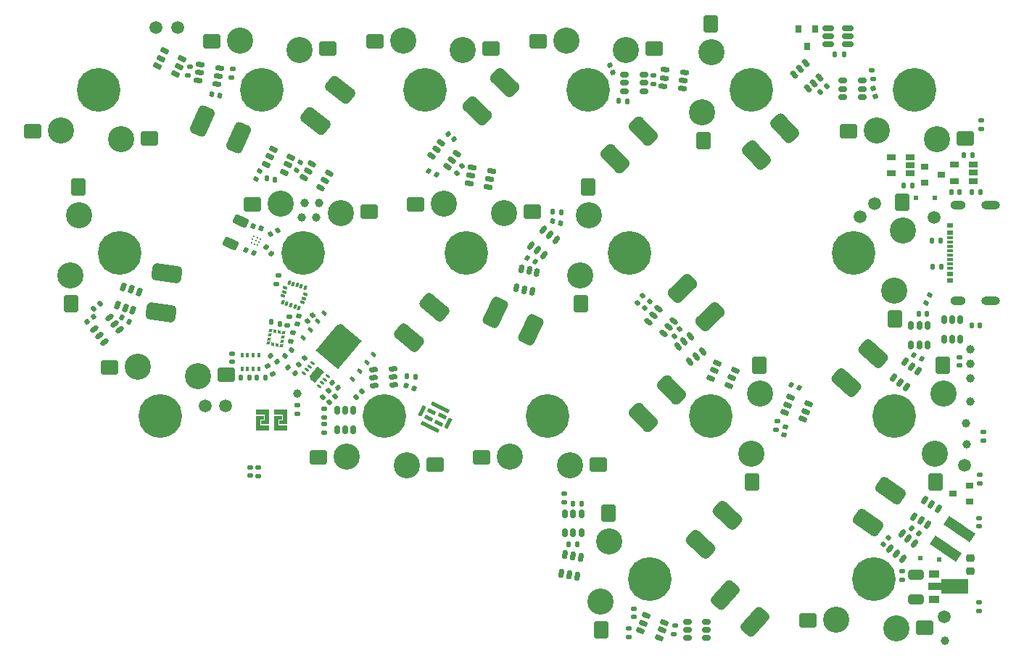
<source format=gbs>
G04 #@! TF.GenerationSoftware,KiCad,Pcbnew,(6.0.11-0)*
G04 #@! TF.CreationDate,2023-02-16T18:45:00+08:00*
G04 #@! TF.ProjectId,Left,4c656674-2e6b-4696-9361-645f70636258,rev?*
G04 #@! TF.SameCoordinates,Original*
G04 #@! TF.FileFunction,Soldermask,Bot*
G04 #@! TF.FilePolarity,Negative*
%FSLAX46Y46*%
G04 Gerber Fmt 4.6, Leading zero omitted, Abs format (unit mm)*
G04 Created by KiCad (PCBNEW (6.0.11-0)) date 2023-02-16 18:45:00*
%MOMM*%
%LPD*%
G01*
G04 APERTURE LIST*
G04 Aperture macros list*
%AMRoundRect*
0 Rectangle with rounded corners*
0 $1 Rounding radius*
0 $2 $3 $4 $5 $6 $7 $8 $9 X,Y pos of 4 corners*
0 Add a 4 corners polygon primitive as box body*
4,1,4,$2,$3,$4,$5,$6,$7,$8,$9,$2,$3,0*
0 Add four circle primitives for the rounded corners*
1,1,$1+$1,$2,$3*
1,1,$1+$1,$4,$5*
1,1,$1+$1,$6,$7*
1,1,$1+$1,$8,$9*
0 Add four rect primitives between the rounded corners*
20,1,$1+$1,$2,$3,$4,$5,0*
20,1,$1+$1,$4,$5,$6,$7,0*
20,1,$1+$1,$6,$7,$8,$9,0*
20,1,$1+$1,$8,$9,$2,$3,0*%
%AMRotRect*
0 Rectangle, with rotation*
0 The origin of the aperture is its center*
0 $1 length*
0 $2 width*
0 $3 Rotation angle, in degrees counterclockwise*
0 Add horizontal line*
21,1,$1,$2,0,0,$3*%
%AMOutline4P*
0 Free polygon, 4 corners , with rotation*
0 The origin of the aperture is its center*
0 number of corners: always 4*
0 $1 to $8 corner X, Y*
0 $9 Rotation angle, in degrees counterclockwise*
0 create outline with 4 corners*
4,1,4,$1,$2,$3,$4,$5,$6,$7,$8,$1,$2,$9*%
%AMOutline5P*
0 Free polygon, 5 corners , with rotation*
0 The origin of the aperture is its center*
0 number of corners: always 5*
0 $1 to $10 corner X, Y*
0 $11 Rotation angle, in degrees counterclockwise*
0 create outline with 5 corners*
4,1,5,$1,$2,$3,$4,$5,$6,$7,$8,$9,$10,$1,$2,$11*%
%AMOutline6P*
0 Free polygon, 6 corners , with rotation*
0 The origin of the aperture is its center*
0 number of corners: always 6*
0 $1 to $12 corner X, Y*
0 $13 Rotation angle, in degrees counterclockwise*
0 create outline with 6 corners*
4,1,6,$1,$2,$3,$4,$5,$6,$7,$8,$9,$10,$11,$12,$1,$2,$13*%
%AMOutline7P*
0 Free polygon, 7 corners , with rotation*
0 The origin of the aperture is its center*
0 number of corners: always 7*
0 $1 to $14 corner X, Y*
0 $15 Rotation angle, in degrees counterclockwise*
0 create outline with 7 corners*
4,1,7,$1,$2,$3,$4,$5,$6,$7,$8,$9,$10,$11,$12,$13,$14,$1,$2,$15*%
%AMOutline8P*
0 Free polygon, 8 corners , with rotation*
0 The origin of the aperture is its center*
0 number of corners: always 8*
0 $1 to $16 corner X, Y*
0 $17 Rotation angle, in degrees counterclockwise*
0 create outline with 8 corners*
4,1,8,$1,$2,$3,$4,$5,$6,$7,$8,$9,$10,$11,$12,$13,$14,$15,$16,$1,$2,$17*%
%AMFreePoly0*
4,1,6,0.500000,-0.850000,-0.200000,-0.850000,-0.499999,-0.550000,-0.500000,0.850000,0.500000,0.850000,0.500000,-0.850000,0.500000,-0.850000,$1*%
%AMFreePoly1*
4,1,9,1.475000,0.375000,1.050000,0.375000,1.050000,0.775000,0.300000,0.775000,0.300000,-0.250000,-0.250000,-0.250000,-0.250000,1.250000,1.475000,1.250000,1.475000,0.375000,1.475000,0.375000,$1*%
%AMFreePoly2*
4,1,9,3.862500,-0.866500,0.737500,-0.866500,0.737500,-0.450000,-0.737500,-0.450000,-0.737500,0.450000,0.737500,0.450000,0.737500,0.866500,3.862500,0.866500,3.862500,-0.866500,3.862500,-0.866500,$1*%
G04 Aperture macros list end*
%ADD10RoundRect,0.500000X-0.508653X1.246504X-1.227993X0.551846X0.508653X-1.246504X1.227993X-0.551846X0*%
%ADD11RoundRect,0.500000X0.508653X-1.246504X1.227993X-0.551846X-0.508653X1.246504X-1.227993X0.551846X0*%
%ADD12C,5.100000*%
%ADD13C,3.050000*%
%ADD14RoundRect,0.170000X-0.830000X-0.680000X0.830000X-0.680000X0.830000X0.680000X-0.830000X0.680000X0*%
%ADD15RoundRect,0.170000X0.830000X0.680000X-0.830000X0.680000X-0.830000X-0.680000X0.830000X-0.680000X0*%
%ADD16RoundRect,0.170000X0.680000X-0.830000X0.680000X0.830000X-0.680000X0.830000X-0.680000X-0.830000X0*%
%ADD17RoundRect,0.170000X-0.680000X0.830000X-0.680000X-0.830000X0.680000X-0.830000X0.680000X0.830000X0*%
%ADD18RoundRect,0.500000X-0.486821X1.255191X-1.218175X0.573193X0.486821X-1.255191X1.218175X-0.573193X0*%
%ADD19RoundRect,0.500000X0.486821X-1.255191X1.218175X-0.573193X-0.486821X1.255191X-1.218175X0.573193X0*%
%ADD20RoundRect,0.500000X0.594366X-1.207986X1.263496X-0.464841X-0.594366X1.207986X-1.263496X0.464841X0*%
%ADD21RoundRect,0.500000X-0.594366X1.207986X-1.263496X0.464841X0.594366X-1.207986X1.263496X-0.464841X0*%
%ADD22RoundRect,0.500000X-1.207986X-0.594366X-0.464841X-1.263496X1.207986X0.594366X0.464841X1.263496X0*%
%ADD23RoundRect,0.500000X1.207986X0.594366X0.464841X1.263496X-1.207986X-0.594366X-0.464841X-1.263496X0*%
%ADD24RoundRect,0.500000X-1.168249X0.669100X-1.307422X-0.321168X1.168249X-0.669100X1.307422X0.321168X0*%
%ADD25RoundRect,0.500000X1.168249X-0.669100X1.307422X0.321168X-1.168249X0.669100X-1.307422X-0.321168X0*%
%ADD26RoundRect,0.500000X0.636162X-1.186507X1.278949X-0.420462X-0.636162X1.186507X-1.278949X0.420462X0*%
%ADD27RoundRect,0.500000X-0.636162X1.186507X-1.278949X0.420462X0.636162X-1.186507X1.278949X-0.420462X0*%
%ADD28RoundRect,0.500000X-1.246504X-0.508653X-0.551846X-1.227993X1.246504X0.508653X0.551846X1.227993X0*%
%ADD29RoundRect,0.500000X1.246504X0.508653X0.551846X1.227993X-1.246504X-0.508653X-0.551846X-1.227993X0*%
%ADD30RoundRect,0.500000X0.965194X0.938564X0.051648X1.345300X-0.965194X-0.938564X-0.051648X-1.345300X0*%
%ADD31RoundRect,0.500000X-0.965194X-0.938564X-0.051648X-1.345300X0.965194X0.938564X0.051648X1.345300X0*%
%ADD32RoundRect,0.500000X0.997361X0.904307X0.098567X1.342678X-0.997361X-0.904307X-0.098567X-1.342678X0*%
%ADD33RoundRect,0.500000X-0.997361X-0.904307X-0.098567X-1.342678X0.997361X0.904307X0.098567X1.342678X0*%
%ADD34RoundRect,0.500000X0.737152X-1.126547X1.310728X-0.307395X-0.737152X1.126547X-1.310728X0.307395X0*%
%ADD35RoundRect,0.500000X-0.737152X1.126547X-1.310728X0.307395X0.737152X-1.126547X1.310728X-0.307395X0*%
%ADD36RoundRect,0.500000X-0.677183X1.163582X-1.292844X0.375571X0.677183X-1.163582X1.292844X-0.375571X0*%
%ADD37RoundRect,0.500000X0.677183X-1.163582X1.292844X-0.375571X-0.677183X1.163582X-1.292844X0.375571X0*%
%ADD38RoundRect,0.500000X0.573193X-1.218175X1.255191X-0.486821X-0.573193X1.218175X-1.255191X0.486821X0*%
%ADD39RoundRect,0.500000X-0.573193X1.218175X-1.255191X0.486821X0.573193X-1.218175X1.255191X-0.486821X0*%
%ADD40RoundRect,0.500000X-0.551846X1.227993X-1.246504X0.508653X0.551846X-1.227993X1.246504X-0.508653X0*%
%ADD41RoundRect,0.500000X0.551846X-1.227993X1.246504X-0.508653X-0.551846X1.227993X-1.246504X0.508653X0*%
%ADD42RoundRect,0.135000X-0.152889X0.170514X-0.209025X-0.093586X0.152889X-0.170514X0.209025X0.093586X0*%
%ADD43R,0.500000X0.500000*%
%ADD44RoundRect,0.150000X0.150000X-0.350000X0.150000X0.350000X-0.150000X0.350000X-0.150000X-0.350000X0*%
%ADD45RoundRect,0.140000X-0.137177X0.172286X-0.195393X-0.101596X0.137177X-0.172286X0.195393X0.101596X0*%
%ADD46C,1.000000*%
%ADD47R,0.800000X0.900000*%
%ADD48RoundRect,0.150000X0.183455X0.333683X-0.368153X-0.097280X-0.183455X-0.333683X0.368153X0.097280X0*%
%ADD49RoundRect,0.135000X0.107097X-0.202436X0.225457X0.040239X-0.107097X0.202436X-0.225457X-0.040239X0*%
%ADD50RoundRect,0.135000X0.222332X0.054942X0.015500X0.228495X-0.222332X-0.054942X-0.015500X-0.228495X0*%
%ADD51C,1.500000*%
%ADD52RoundRect,0.150000X0.368153X-0.097280X-0.183455X0.333683X-0.368153X0.097280X0.183455X-0.333683X0*%
%ADD53RoundRect,0.135000X0.146845X-0.175745X0.212164X0.086234X-0.146845X0.175745X-0.212164X-0.086234X0*%
%ADD54RoundRect,0.140000X-0.051308X-0.214167X0.200354X-0.091423X0.051308X0.214167X-0.200354X0.091423X0*%
%ADD55RoundRect,0.140000X-0.157003X-0.154435X0.121463X-0.183703X0.157003X0.154435X-0.121463X0.183703X0*%
%ADD56RoundRect,0.140000X0.193489X0.105176X-0.066123X0.210066X-0.193489X-0.105176X0.066123X-0.210066X0*%
%ADD57R,0.800000X0.540000*%
%ADD58R,0.800000X0.300000*%
%ADD59O,2.200000X1.000000*%
%ADD60O,1.800000X1.000000*%
%ADD61RoundRect,0.150000X0.086944X-0.370730X0.208498X0.318635X-0.086944X0.370730X-0.208498X-0.318635X0*%
%ADD62RoundRect,0.150000X0.371324X-0.084372X-0.194988X0.327077X-0.371324X0.084372X0.194988X-0.327077X0*%
%ADD63RotRect,0.550000X0.250000X320.000000*%
%ADD64RotRect,0.550000X0.250000X140.000000*%
%ADD65FreePoly0,320.000000*%
%ADD66RoundRect,0.150000X0.058265X0.376305X-0.312679X-0.217329X-0.058265X-0.376305X0.312679X0.217329X0*%
%ADD67RoundRect,0.135000X-0.135000X-0.185000X0.135000X-0.185000X0.135000X0.185000X-0.135000X0.185000X0*%
%ADD68RoundRect,0.150000X0.097280X0.368153X-0.333683X-0.183455X-0.097280X-0.368153X0.333683X0.183455X0*%
%ADD69RoundRect,0.150000X-0.380751X0.005326X0.258730X-0.279390X0.380751X-0.005326X-0.258730X0.279390X0*%
%ADD70RoundRect,0.135000X-0.228896X-0.007516X-0.062668X-0.220279X0.228896X0.007516X0.062668X0.220279X0*%
%ADD71RoundRect,0.135000X0.135000X0.185000X-0.135000X0.185000X-0.135000X-0.185000X0.135000X-0.185000X0*%
%ADD72RoundRect,0.147500X0.172500X-0.147500X0.172500X0.147500X-0.172500X0.147500X-0.172500X-0.147500X0*%
%ADD73RoundRect,0.150000X-0.097280X-0.368153X0.333683X0.183455X0.097280X0.368153X-0.333683X-0.183455X0*%
%ADD74RoundRect,0.140000X0.172286X0.137177X-0.101596X0.195393X-0.172286X-0.137177X0.101596X-0.195393X0*%
%ADD75RoundRect,0.135000X0.047149X-0.224114X0.227814X-0.023465X-0.047149X0.224114X-0.227814X0.023465X0*%
%ADD76RoundRect,0.140000X0.047769X-0.214984X0.220154X0.005659X-0.047769X0.214984X-0.220154X-0.005659X0*%
%ADD77RoundRect,0.135000X0.141374X0.180176X-0.128461X0.189599X-0.141374X-0.180176X0.128461X-0.189599X0*%
%ADD78RoundRect,0.150000X0.378109X-0.045096X-0.228109X0.304904X-0.378109X0.045096X0.228109X-0.304904X0*%
%ADD79RoundRect,0.140000X0.216520X0.040237X0.002028X0.220218X-0.216520X-0.040237X-0.002028X-0.220218X0*%
%ADD80RoundRect,0.135000X0.164411X-0.159433X0.201988X0.107939X-0.164411X0.159433X-0.201988X-0.107939X0*%
%ADD81RoundRect,0.150000X0.350000X0.150000X-0.350000X0.150000X-0.350000X-0.150000X0.350000X-0.150000X0*%
%ADD82RoundRect,0.135000X0.212522X0.085350X-0.016451X0.228428X-0.212522X-0.085350X0.016451X-0.228428X0*%
%ADD83RoundRect,0.140000X-0.170000X0.140000X-0.170000X-0.140000X0.170000X-0.140000X0.170000X0.140000X0*%
%ADD84RoundRect,0.135000X-0.054942X0.222332X-0.228495X0.015500X0.054942X-0.222332X0.228495X-0.015500X0*%
%ADD85R,0.900000X0.800000*%
%ADD86RoundRect,0.135000X-0.185000X0.135000X-0.185000X-0.135000X0.185000X-0.135000X0.185000X0.135000X0*%
%ADD87RoundRect,0.135000X0.185000X-0.135000X0.185000X0.135000X-0.185000X0.135000X-0.185000X-0.135000X0*%
%ADD88RoundRect,0.140000X-0.013339X-0.219823X0.213186X-0.055243X0.013339X0.219823X-0.213186X0.055243X0*%
%ADD89RoundRect,0.140000X-0.047769X0.214984X-0.220154X-0.005659X0.047769X-0.214984X0.220154X0.005659X0*%
%ADD90RoundRect,0.135000X0.175745X0.146845X-0.086234X0.212164X-0.175745X-0.146845X0.086234X-0.212164X0*%
%ADD91RoundRect,0.140000X0.170000X-0.140000X0.170000X0.140000X-0.170000X0.140000X-0.170000X-0.140000X0*%
%ADD92RoundRect,0.135000X-0.228428X0.016451X-0.085350X-0.212522X0.228428X-0.016451X0.085350X0.212522X0*%
%ADD93RoundRect,0.135000X0.215371X0.077881X-0.008469X0.228863X-0.215371X-0.077881X0.008469X-0.228863X0*%
%ADD94FreePoly1,270.000000*%
%ADD95FreePoly1,90.000000*%
%ADD96RoundRect,0.135000X0.198575X0.114096X-0.048082X0.223915X-0.198575X-0.114096X0.048082X-0.223915X0*%
%ADD97Outline4P,-0.225000X0.475000X0.225000X0.475000X0.225000X-0.475000X-0.225000X-0.475000X64.000000*%
%ADD98Outline6P,-0.225000X0.537500X-0.112500X0.650000X0.225000X0.650000X0.225000X-0.650000X-0.112500X-0.650000X-0.225000X-0.537500X334.000000*%
%ADD99Outline6P,-0.225000X1.037500X-0.112500X1.150000X0.225000X1.150000X0.225000X-1.150000X-0.112500X-1.150000X-0.225000X-1.037500X244.000000*%
%ADD100Outline6P,-0.225000X0.537500X-0.112500X0.650000X0.225000X0.650000X0.225000X-0.650000X-0.112500X-0.650000X-0.225000X-0.537500X154.000000*%
%ADD101Outline6P,-0.225000X1.037500X-0.112500X1.150000X0.225000X1.150000X0.225000X-1.150000X-0.112500X-1.150000X-0.225000X-1.037500X64.000000*%
%ADD102RoundRect,0.087500X0.025277X-0.205362X0.141158X0.151284X-0.025277X0.205362X-0.141158X-0.151284X0*%
%ADD103RoundRect,0.087500X0.151284X-0.141158X0.205362X0.025277X-0.151284X0.141158X-0.205362X-0.025277X0*%
%ADD104RoundRect,0.135000X0.140622X-0.180763X0.215044X0.078777X-0.140622X0.180763X-0.215044X-0.078777X0*%
%ADD105RoundRect,0.150000X-0.350000X-0.150000X0.350000X-0.150000X0.350000X0.150000X-0.350000X0.150000X0*%
%ADD106RoundRect,0.150000X0.380751X-0.005326X-0.258730X0.279390X-0.380751X0.005326X0.258730X-0.279390X0*%
%ADD107RotRect,0.375000X0.350000X170.000000*%
%ADD108RotRect,0.375000X0.350000X80.000000*%
%ADD109RoundRect,0.150000X-0.084372X-0.371324X0.327077X0.194988X0.084372X0.371324X-0.327077X-0.194988X0*%
%ADD110R,0.350000X0.500000*%
%ADD111C,0.310000*%
%ADD112RoundRect,0.140000X-0.140000X-0.170000X0.140000X-0.170000X0.140000X0.170000X-0.140000X0.170000X0*%
%ADD113RoundRect,0.150000X-0.150000X0.350000X-0.150000X-0.350000X0.150000X-0.350000X0.150000X0.350000X0*%
%ADD114RoundRect,0.150000X-0.351031X0.147570X0.135229X-0.355968X0.351031X-0.147570X-0.135229X0.355968X0*%
%ADD115RoundRect,0.150000X0.333683X-0.183455X-0.097280X0.368153X-0.333683X0.183455X0.097280X-0.368153X0*%
%ADD116RoundRect,0.150000X0.367470X0.099830X-0.325718X0.197251X-0.367470X-0.099830X0.325718X-0.197251X0*%
%ADD117RoundRect,0.140000X-0.202004X0.087718X-0.124825X-0.181435X0.202004X-0.087718X0.124825X0.181435X0*%
%ADD118RoundRect,0.140000X0.207631X-0.073414X0.111865X0.189700X-0.207631X0.073414X-0.111865X-0.189700X0*%
%ADD119RoundRect,0.135000X0.152889X-0.170514X0.209025X0.093586X-0.152889X0.170514X-0.209025X-0.093586X0*%
%ADD120RoundRect,0.225000X-0.250000X0.225000X-0.250000X-0.225000X0.250000X-0.225000X0.250000X0.225000X0*%
%ADD121RoundRect,0.135000X0.194472X0.120957X-0.055868X0.222101X-0.194472X-0.120957X0.055868X-0.222101X0*%
%ADD122RoundRect,0.135000X0.062668X-0.220279X0.228896X-0.007516X-0.062668X0.220279X-0.228896X0.007516X0*%
%ADD123RoundRect,0.150000X0.512500X0.150000X-0.512500X0.150000X-0.512500X-0.150000X0.512500X-0.150000X0*%
%ADD124R,1.060000X0.650000*%
%ADD125RoundRect,0.147500X0.147500X0.172500X-0.147500X0.172500X-0.147500X-0.172500X0.147500X-0.172500X0*%
%ADD126RoundRect,0.140000X-0.172286X-0.137177X0.101596X-0.195393X0.172286X0.137177X-0.101596X0.195393X0*%
%ADD127RoundRect,0.135000X0.206050X0.099967X-0.032346X0.226724X-0.206050X-0.099967X0.032346X-0.226724X0*%
%ADD128RoundRect,0.135000X-0.099967X0.206050X-0.226724X-0.032346X0.099967X-0.206050X0.226724X0.032346X0*%
%ADD129RoundRect,0.135000X0.008469X0.228863X-0.215371X0.077881X-0.008469X-0.228863X0.215371X-0.077881X0*%
%ADD130RoundRect,0.150000X-0.380705X-0.007965X0.268323X-0.270190X0.380705X0.007965X-0.268323X0.270190X0*%
%ADD131RoundRect,0.135000X-0.062668X0.220279X-0.228896X0.007516X0.062668X-0.220279X0.228896X-0.007516X0*%
%ADD132Outline5P,-0.200000X0.260000X-0.160000X0.300000X0.200000X0.300000X0.200000X-0.300000X-0.200000X-0.300000X230.000000*%
%ADD133Outline5P,-1.700000X1.810000X-1.360000X2.150000X1.700000X2.150000X1.700000X-2.150000X-1.700000X-2.150000X320.000000*%
%ADD134RoundRect,0.135000X0.031401X-0.226857X0.225623X-0.039299X-0.031401X0.226857X-0.225623X0.039299X0*%
%ADD135RoundRect,0.135000X-0.190132X-0.127670X0.063585X-0.220016X0.190132X0.127670X-0.063585X0.220016X0*%
%ADD136RoundRect,0.135000X-0.198575X-0.114096X0.048082X-0.223915X0.198575X0.114096X-0.048082X0.223915X0*%
%ADD137RoundRect,0.150000X-0.370730X-0.086944X0.318635X-0.208498X0.370730X0.086944X-0.318635X0.208498X0*%
%ADD138RoundRect,0.135000X0.070317X-0.217958X0.229019X0.000477X-0.070317X0.217958X-0.229019X-0.000477X0*%
%ADD139RoundRect,0.150000X-0.344552X-0.162123X0.355022X-0.137694X0.344552X0.162123X-0.355022X0.137694X0*%
%ADD140R,1.300000X0.900000*%
%ADD141FreePoly2,0.000000*%
%ADD142RoundRect,0.250000X-0.650000X0.325000X-0.650000X-0.325000X0.650000X-0.325000X0.650000X0.325000X0*%
%ADD143RoundRect,0.150000X-0.380195X-0.021247X0.277589X-0.260661X0.380195X0.021247X-0.277589X0.260661X0*%
%ADD144RoundRect,0.140000X-0.002028X0.220218X-0.216520X0.040237X0.002028X-0.220218X0.216520X-0.040237X0*%
%ADD145RotRect,0.500000X0.500000X354.000000*%
%ADD146RoundRect,0.135000X-0.114096X0.198575X-0.223915X-0.048082X0.114096X-0.198575X0.223915X0.048082X0*%
%ADD147RoundRect,0.140000X-0.216520X-0.040237X-0.002028X-0.220218X0.216520X0.040237X0.002028X0.220218X0*%
%ADD148RoundRect,0.135000X0.153598X0.169875X-0.114923X0.198098X-0.153598X-0.169875X0.114923X-0.198098X0*%
%ADD149RotRect,1.200000X3.700000X236.000000*%
%ADD150RoundRect,0.140000X-0.040237X0.216520X-0.220218X0.002028X0.040237X-0.216520X0.220218X-0.002028X0*%
%ADD151RoundRect,0.150000X0.060872X-0.375892X0.230217X0.303315X-0.060872X0.375892X-0.230217X-0.303315X0*%
%ADD152RoundRect,0.140000X0.181435X0.124825X-0.087718X0.202004X-0.181435X-0.124825X0.087718X-0.202004X0*%
%ADD153RoundRect,0.250000X0.443861X-0.539693X0.698071X0.031273X-0.443861X0.539693X-0.698071X-0.031273X0*%
%ADD154RoundRect,0.150000X-0.034503X0.379222X-0.250814X-0.286517X0.034503X-0.379222X0.250814X0.286517X0*%
%ADD155RoundRect,0.150000X0.380195X0.021247X-0.277589X0.260661X-0.380195X-0.021247X0.277589X-0.260661X0*%
%ADD156RoundRect,0.135000X-0.201988X0.107939X-0.164411X-0.159433X0.201988X-0.107939X0.164411X0.159433X0*%
%ADD157RoundRect,0.150000X0.373538X0.073953X-0.311165X0.219491X-0.373538X-0.073953X0.311165X-0.219491X0*%
G04 APERTURE END LIST*
D10*
X167586232Y-81874499D03*
D11*
X164277269Y-85069928D03*
D12*
X123075000Y-77038500D03*
D13*
X127475000Y-72338500D03*
X120475000Y-71288500D03*
D14*
X117174459Y-71388500D03*
D15*
X130775541Y-72238500D03*
D13*
X163618750Y-129788500D03*
X162568750Y-136788500D03*
D12*
X168318750Y-134188500D03*
D16*
X162668750Y-140089041D03*
D17*
X163518750Y-126487959D03*
D18*
X184126713Y-81497101D03*
D19*
X180762486Y-84634293D03*
D12*
X127837500Y-96088500D03*
D13*
X125237500Y-90338500D03*
X132237500Y-91388500D03*
D14*
X121936959Y-90438500D03*
D15*
X135538041Y-91288500D03*
D13*
X151287500Y-91388500D03*
X144287500Y-90338500D03*
D12*
X146887500Y-96088500D03*
D14*
X140986959Y-90438500D03*
D15*
X154588041Y-91288500D03*
D13*
X197881250Y-93488500D03*
D12*
X192131250Y-96088500D03*
D13*
X196831250Y-100488500D03*
D17*
X197781250Y-90187959D03*
D16*
X196931250Y-103789041D03*
D12*
X111168750Y-115138500D03*
D13*
X108568750Y-109388500D03*
X115568750Y-110438500D03*
D14*
X105268209Y-109488500D03*
D15*
X118869291Y-110338500D03*
D20*
X191324575Y-111267340D03*
D21*
X194402576Y-107848874D03*
D22*
X177164160Y-136071375D03*
D23*
X180582626Y-139149376D03*
D13*
X174475000Y-79638500D03*
D12*
X180225000Y-77038500D03*
D13*
X175525000Y-72638500D03*
D16*
X174575000Y-82939041D03*
D17*
X175425000Y-69337959D03*
D12*
X199275000Y-77038500D03*
D13*
X194875000Y-81738500D03*
X201875000Y-82788500D03*
D15*
X205175541Y-82688500D03*
D14*
X191574459Y-81838500D03*
D24*
X111923578Y-98466817D03*
D25*
X111283382Y-103022050D03*
D13*
X202643750Y-112538500D03*
X201593750Y-119538500D03*
D12*
X196893750Y-115138500D03*
D17*
X202543750Y-109237959D03*
D16*
X201693750Y-122839041D03*
D13*
X152012500Y-119838500D03*
X159012500Y-120888500D03*
D12*
X156412500Y-115138500D03*
D15*
X162313041Y-120788500D03*
D14*
X148711959Y-119938500D03*
D13*
X139525000Y-71288500D03*
D12*
X142125000Y-77038500D03*
D13*
X146525000Y-72338500D03*
D14*
X136224459Y-71388500D03*
D15*
X149825541Y-72238500D03*
D13*
X99625000Y-81738500D03*
D12*
X104025000Y-77038500D03*
D13*
X106625000Y-82788500D03*
D15*
X109925541Y-82688500D03*
D14*
X96324459Y-81838500D03*
D26*
X140245869Y-105956478D03*
D27*
X143202692Y-102432674D03*
D28*
X172174499Y-100213768D03*
D29*
X175369928Y-103522731D03*
D30*
X120297851Y-82573660D03*
D31*
X116095542Y-80702672D03*
D32*
X154422400Y-105068592D03*
D33*
X150287948Y-103052084D03*
D12*
X106406300Y-96088500D03*
D13*
X101706300Y-91688500D03*
X100656300Y-98688500D03*
D16*
X100756300Y-101989041D03*
D17*
X101606300Y-88387959D03*
D34*
X193817799Y-127581370D03*
D35*
X196456251Y-123813271D03*
D13*
X139962500Y-120888500D03*
D12*
X137362500Y-115138500D03*
D13*
X132962500Y-119838500D03*
D15*
X143263041Y-120788500D03*
D14*
X129661959Y-119938500D03*
D36*
X132160410Y-77023792D03*
D37*
X129328368Y-80648642D03*
D38*
X174281390Y-130126174D03*
D39*
X177418582Y-126761947D03*
D12*
X161175000Y-77038500D03*
D13*
X165575000Y-72338500D03*
X158575000Y-71288500D03*
D14*
X155274459Y-71388500D03*
D15*
X168875541Y-72238500D03*
D11*
X167563768Y-115275501D03*
D10*
X170872731Y-112080072D03*
D13*
X180162500Y-119538500D03*
X181212500Y-112538500D03*
D12*
X175462500Y-115138500D03*
D17*
X181112500Y-109237959D03*
D16*
X180262500Y-122839041D03*
D12*
X165937500Y-96088500D03*
D13*
X160187500Y-98688500D03*
X161237500Y-91688500D03*
D16*
X160287500Y-101989041D03*
D17*
X161137500Y-88387959D03*
D40*
X151415245Y-76185268D03*
D41*
X148219817Y-79494231D03*
D12*
X194512500Y-134188500D03*
D13*
X190112500Y-138888500D03*
X197112500Y-139938500D03*
D15*
X200413041Y-139838500D03*
D14*
X186811959Y-138988500D03*
D42*
X119676035Y-74561145D03*
X119463965Y-75558855D03*
D43*
X201650000Y-89650000D03*
X199450000Y-89650000D03*
D44*
X160350000Y-128787500D03*
X159400000Y-128787500D03*
X158450000Y-128787500D03*
X158450000Y-126512500D03*
X159400000Y-126512500D03*
X160350000Y-126512500D03*
D45*
X127399798Y-103430489D03*
X127200202Y-104369511D03*
D46*
X205800000Y-113400000D03*
D47*
X185725000Y-69950000D03*
X187625000Y-69950000D03*
X186675000Y-71950000D03*
D48*
X105271484Y-103581075D03*
X105856362Y-104329685D03*
X106441241Y-105078295D03*
X104648516Y-106478925D03*
X104063638Y-105730315D03*
X103478759Y-104981705D03*
D49*
X122336431Y-87398385D03*
X122783569Y-86481615D03*
D50*
X126899983Y-110100022D03*
X126118617Y-109444378D03*
D51*
X192920000Y-91860000D03*
D52*
X171131241Y-104001705D03*
X170546362Y-104750315D03*
X169961484Y-105498925D03*
X168168759Y-104098295D03*
X168753638Y-103349685D03*
X169338516Y-102601075D03*
D53*
X126026620Y-104544851D03*
X126273380Y-103555149D03*
D54*
X124018579Y-93910418D03*
X124881421Y-93489582D03*
D55*
X123652629Y-87379826D03*
X124607371Y-87480174D03*
D56*
X140795048Y-111929811D03*
X139904952Y-111570189D03*
D46*
X205250000Y-116000000D03*
D57*
X203402700Y-92893500D03*
X203402700Y-99293500D03*
X203402700Y-93693500D03*
X203402700Y-98493500D03*
D58*
X203402700Y-94843500D03*
X203402700Y-95843500D03*
X203402700Y-96343500D03*
X203402700Y-97343500D03*
X203402700Y-97843500D03*
X203402700Y-96843500D03*
X203402700Y-95343500D03*
X203402700Y-94335500D03*
D59*
X208102700Y-101668800D03*
X208102700Y-90518200D03*
D60*
X204302700Y-90517900D03*
X204302700Y-101668800D03*
D61*
X159908043Y-133855185D03*
X158972475Y-133690219D03*
X158036908Y-133525253D03*
X158431957Y-131284815D03*
X159367525Y-131449781D03*
X160303092Y-131614747D03*
D62*
X145818653Y-84500040D03*
X145260257Y-85268606D03*
X144701861Y-86037172D03*
X142861347Y-84699960D03*
X143419743Y-83931394D03*
X143978139Y-83162828D03*
D63*
X127967807Y-110119258D03*
X128289201Y-109736236D03*
X128610595Y-109353213D03*
D64*
X128931988Y-108970191D03*
D63*
X130732193Y-110480742D03*
X130410799Y-110863764D03*
X130089405Y-111246787D03*
X129768012Y-111629809D03*
D65*
X129350000Y-110300000D03*
D66*
X200397137Y-124921922D03*
X201202783Y-125425345D03*
X202008429Y-125928769D03*
X200802863Y-127858078D03*
X199997217Y-127354655D03*
X199191571Y-126851231D03*
D67*
X204990000Y-84650000D03*
X206010000Y-84650000D03*
D68*
X197761705Y-128858759D03*
X198510315Y-129443638D03*
X199258925Y-130028516D03*
X197858295Y-131821241D03*
X197109685Y-131236362D03*
X196361075Y-130651484D03*
D51*
X118800000Y-113900000D03*
D69*
X110883142Y-74217605D03*
X111269542Y-73349737D03*
X111655942Y-72481869D03*
X113734258Y-73407195D03*
X113347858Y-74275063D03*
X112961458Y-75142931D03*
D70*
X123536013Y-95368115D03*
X124163987Y-96171885D03*
D71*
X202310000Y-94600000D03*
X201290000Y-94600000D03*
D72*
X121710000Y-122085000D03*
X121710000Y-121115000D03*
D42*
X171315887Y-139621145D03*
X171103817Y-140618855D03*
D73*
X155973295Y-96356241D03*
X155224685Y-95771362D03*
X154476075Y-95186484D03*
X155876705Y-93393759D03*
X156625315Y-93978638D03*
X157373925Y-94563516D03*
D74*
X118119511Y-77719798D03*
X117180489Y-77520202D03*
D75*
X130883743Y-113554004D03*
X131566257Y-112795996D03*
D76*
X167754482Y-102528245D03*
X168345518Y-101771755D03*
D51*
X201509579Y-91923361D03*
D77*
X165729689Y-78347799D03*
X164710311Y-78312201D03*
D78*
X130876370Y-86786557D03*
X130401370Y-87609281D03*
X129926370Y-88432005D03*
X127956162Y-87294505D03*
X128431162Y-86471781D03*
X128906162Y-85649057D03*
D79*
X145517701Y-82818538D03*
X144782299Y-82201462D03*
D80*
X183069022Y-116725037D03*
X183210978Y-115714963D03*
D81*
X167650000Y-75250000D03*
X167650000Y-76200000D03*
X167650000Y-77150000D03*
X165375000Y-77150000D03*
X165375000Y-76200000D03*
X165375000Y-75250000D03*
D46*
X129400000Y-91900000D03*
D82*
X107582505Y-104150259D03*
X106717495Y-103609741D03*
D51*
X116400000Y-113900000D03*
D83*
X207301725Y-116999497D03*
X207301725Y-117959497D03*
D84*
X128027822Y-108359317D03*
X127372178Y-109140683D03*
D85*
X205700000Y-123250000D03*
X205700000Y-125150000D03*
X203700000Y-124200000D03*
D86*
X130310000Y-114270000D03*
X130310000Y-115290000D03*
D81*
X174977352Y-139170000D03*
X174977352Y-140120000D03*
X174977352Y-141070000D03*
X172702352Y-141070000D03*
X172702352Y-140120000D03*
X172702352Y-139170000D03*
D87*
X165909852Y-140950000D03*
X165909852Y-139930000D03*
D88*
X102645872Y-104124137D03*
X103422528Y-103559863D03*
D89*
X196165518Y-129311755D03*
X195574482Y-130068245D03*
D85*
X200400000Y-87900000D03*
X200400000Y-86000000D03*
X202400000Y-86950000D03*
D71*
X190990000Y-72910000D03*
X189970000Y-72910000D03*
D46*
X127700000Y-91900000D03*
D90*
X125144851Y-104373380D03*
X124155149Y-104126620D03*
D91*
X166459852Y-138580000D03*
X166459852Y-137620000D03*
D92*
X123749741Y-109317495D03*
X124290259Y-110182505D03*
D93*
X199782809Y-128815188D03*
X198937191Y-128244812D03*
D94*
X124760000Y-114650000D03*
D95*
X125760000Y-116600000D03*
D83*
X206750000Y-136920000D03*
X206750000Y-137880000D03*
D51*
X205100000Y-120900000D03*
D96*
X200095908Y-108427436D03*
X199164092Y-108012564D03*
D97*
X143720378Y-115927888D03*
X142507006Y-115336087D03*
X142879622Y-114572112D03*
X144092994Y-115163913D03*
D98*
X144816715Y-115989751D03*
D99*
X142696137Y-116374044D03*
D100*
X141783285Y-114510249D03*
D101*
X143858923Y-114104038D03*
D102*
X127372511Y-102474061D03*
X126896982Y-102319553D03*
X126421454Y-102165044D03*
X125945926Y-102010536D03*
X125470398Y-101856027D03*
D103*
X125480447Y-101096982D03*
X125634956Y-100621454D03*
X125789464Y-100145926D03*
D102*
X126227489Y-99525939D03*
X126703018Y-99680447D03*
X127178546Y-99834956D03*
X127654074Y-99989464D03*
X128129602Y-100143973D03*
D103*
X128119553Y-100903018D03*
X127965044Y-101378546D03*
X127810536Y-101854074D03*
D53*
X114406620Y-75314851D03*
X114653380Y-74325149D03*
D94*
X122660000Y-114650000D03*
D95*
X123660000Y-116600000D03*
D104*
X126399425Y-106370243D03*
X126680575Y-105389757D03*
D51*
X113200000Y-69700000D03*
D105*
X190842500Y-77850000D03*
X190842500Y-76900000D03*
X190842500Y-75950000D03*
X193117500Y-75950000D03*
X193117500Y-76900000D03*
X193117500Y-77850000D03*
D106*
X126441824Y-84905326D03*
X126055424Y-85773194D03*
X125669024Y-86641062D03*
X123590708Y-85715736D03*
X123977108Y-84847868D03*
X124363508Y-83980000D03*
D107*
X125581152Y-105393801D03*
X125494328Y-105886205D03*
X125407504Y-106378609D03*
X125320680Y-106871013D03*
D108*
X124813795Y-106794328D03*
X124321391Y-106707504D03*
D107*
X123818848Y-106606199D03*
X123905672Y-106113795D03*
X123992496Y-105621391D03*
X124079320Y-105128987D03*
D108*
X124586205Y-105205672D03*
X125078609Y-105292496D03*
D86*
X158380000Y-124220000D03*
X158380000Y-125240000D03*
D109*
X198339960Y-111748653D03*
X197571394Y-111190257D03*
X196802828Y-110631861D03*
X198140040Y-108791347D03*
X198908606Y-109349743D03*
X199677172Y-109908139D03*
D110*
X120725000Y-109619200D03*
X121375000Y-109619200D03*
X122025000Y-109619200D03*
X122675000Y-109619200D03*
X122675000Y-108019200D03*
X122025000Y-108019200D03*
X121375000Y-108019200D03*
X120725000Y-108019200D03*
D111*
X122870716Y-94428969D03*
X122499843Y-94279126D03*
X122128969Y-94129284D03*
X122720874Y-94799843D03*
X122350000Y-94650000D03*
X121979126Y-94500157D03*
X122571031Y-95170716D03*
X122200157Y-95020874D03*
X121829284Y-94871031D03*
D112*
X159400000Y-125350000D03*
X160360000Y-125350000D03*
D113*
X202710000Y-103882500D03*
X203660000Y-103882500D03*
X204610000Y-103882500D03*
X204610000Y-106157500D03*
X203660000Y-106157500D03*
X202710000Y-106157500D03*
D87*
X197770000Y-134270000D03*
X197770000Y-133250000D03*
X206897861Y-123017968D03*
X206897861Y-121997968D03*
D112*
X205920000Y-104500000D03*
X206880000Y-104500000D03*
D75*
X130133743Y-112879004D03*
X130816257Y-112120996D03*
D46*
X205800000Y-110700000D03*
D114*
X185206453Y-75241676D03*
X185889826Y-74581751D03*
X186573199Y-73921826D03*
X188153547Y-75558324D03*
X187470174Y-76218249D03*
X186786801Y-76878174D03*
D86*
X122590000Y-121120000D03*
X122590000Y-122140000D03*
D115*
X174498925Y-107611484D03*
X173750315Y-108196362D03*
X173001705Y-108781241D03*
X171601075Y-106988516D03*
X172349685Y-106403638D03*
X173098295Y-105818759D03*
D116*
X172398644Y-75007555D03*
X172266430Y-75948309D03*
X172134215Y-76889064D03*
X169881356Y-76572445D03*
X170013570Y-75631691D03*
X170145785Y-74690936D03*
D44*
X200750000Y-106787500D03*
X199800000Y-106787500D03*
X198850000Y-106787500D03*
X198850000Y-104512500D03*
X199800000Y-104512500D03*
X200750000Y-104512500D03*
D83*
X206800000Y-127020000D03*
X206800000Y-127980000D03*
D51*
X110700000Y-69700000D03*
D46*
X128000000Y-90200000D03*
D117*
X194387694Y-76888594D03*
X194652306Y-77811406D03*
D46*
X127200000Y-112500000D03*
D67*
X122410000Y-110610000D03*
X123430000Y-110610000D03*
D46*
X205800000Y-109000000D03*
D118*
X164044170Y-75011052D03*
X163715830Y-74108948D03*
D77*
X158029689Y-91307799D03*
X157010311Y-91272201D03*
D83*
X119600000Y-107820000D03*
X119600000Y-108780000D03*
D119*
X124743965Y-99698855D03*
X124956035Y-98701145D03*
D120*
X205750000Y-131675000D03*
X205750000Y-133225000D03*
D71*
X202410000Y-97700000D03*
X201390000Y-97700000D03*
D121*
X122142864Y-96091049D03*
X121197136Y-95708951D03*
D122*
X171192613Y-105806685D03*
X171820587Y-105002915D03*
D123*
X191437500Y-69825000D03*
X191437500Y-70775000D03*
X191437500Y-71725000D03*
X189162500Y-71725000D03*
X189162500Y-70775000D03*
X189162500Y-69825000D03*
D124*
X206100000Y-85750000D03*
X206100000Y-86700000D03*
X206100000Y-87650000D03*
X203900000Y-87650000D03*
X203900000Y-85750000D03*
D125*
X204517500Y-88950000D03*
X203547500Y-88950000D03*
D45*
X184169798Y-116390489D03*
X183970202Y-117329511D03*
D51*
X202743979Y-138576090D03*
D83*
X204509579Y-108277478D03*
X204509579Y-109237478D03*
D126*
X157000489Y-92370202D03*
X157939511Y-92569798D03*
D127*
X143450303Y-86959430D03*
X142549697Y-86480570D03*
D128*
X127555696Y-85510228D03*
X127076836Y-86410834D03*
D86*
X130300000Y-116090000D03*
X130300000Y-117110000D03*
D129*
X104202809Y-101984812D03*
X103357191Y-102555188D03*
D130*
X175479452Y-110684710D03*
X175835328Y-109803885D03*
X176191205Y-108923060D03*
X178300548Y-109775290D03*
X177944672Y-110656115D03*
X177588795Y-111536940D03*
D131*
X167513987Y-101098115D03*
X166886013Y-101901885D03*
D132*
X127902823Y-105998861D03*
X128719163Y-105025985D03*
X129535503Y-104053108D03*
X130336523Y-103067376D03*
X136081856Y-107888283D03*
X135280837Y-108874015D03*
X134464497Y-109846892D03*
X133648156Y-110819768D03*
D133*
X132000000Y-106950000D03*
D134*
X188263137Y-77304276D03*
X188996863Y-76595724D03*
D135*
X184860757Y-111495570D03*
X185819243Y-111844430D03*
D124*
X198700000Y-84900000D03*
X198700000Y-85850000D03*
X198700000Y-86800000D03*
X196500000Y-86800000D03*
X196500000Y-84900000D03*
D87*
X127200000Y-114890000D03*
X127200000Y-113870000D03*
D136*
X154054092Y-96702564D03*
X154985908Y-97117436D03*
D83*
X207050000Y-80600000D03*
X207050000Y-81560000D03*
D137*
X115554815Y-75918043D03*
X115719781Y-74982475D03*
X115884747Y-74046908D03*
X118125185Y-74441957D03*
X117960219Y-75377525D03*
X117795253Y-76313092D03*
D71*
X199010000Y-88200000D03*
X197990000Y-88200000D03*
D138*
X145830230Y-86732599D03*
X146429770Y-85907401D03*
D139*
X136146347Y-111589119D03*
X136113193Y-110639698D03*
X136080038Y-109690277D03*
X138353653Y-109610881D03*
X138386807Y-110560302D03*
X138419962Y-111509723D03*
D46*
X129700000Y-90200000D03*
D140*
X201550000Y-136550000D03*
D141*
X201637500Y-135050000D03*
D140*
X201550000Y-133550000D03*
D71*
X121626900Y-110659500D03*
X120606900Y-110659500D03*
D142*
X199400000Y-133625000D03*
X199400000Y-136575000D03*
D50*
X124815683Y-108752822D03*
X124034317Y-108097178D03*
D44*
X133730000Y-116757500D03*
X132780000Y-116757500D03*
X131830000Y-116757500D03*
X131830000Y-114482500D03*
X132780000Y-114482500D03*
X133730000Y-114482500D03*
D46*
X202800000Y-141400000D03*
D143*
X184106181Y-114723660D03*
X184431100Y-113830952D03*
X184756019Y-112938244D03*
X186893819Y-113716340D03*
X186568900Y-114609048D03*
X186243981Y-115501756D03*
D144*
X126492701Y-107441462D03*
X125757299Y-108058538D03*
D145*
X199906026Y-131685019D03*
X202093974Y-131914981D03*
D146*
X201017436Y-100954092D03*
X200602564Y-101885908D03*
D134*
X134013137Y-112934276D03*
X134746863Y-112225724D03*
D147*
X131232299Y-111241462D03*
X131967701Y-111858538D03*
D148*
X141017206Y-110543310D03*
X140002794Y-110436690D03*
D86*
X168770000Y-75310000D03*
X168770000Y-76330000D03*
D71*
X159850000Y-130070000D03*
X158830000Y-130070000D03*
D149*
X204482870Y-128289347D03*
X202917130Y-130610653D03*
D67*
X205890000Y-88950000D03*
X206910000Y-88950000D03*
D150*
X128958538Y-103332299D03*
X128341462Y-104067701D03*
D151*
X154621595Y-100583537D03*
X153699814Y-100353711D03*
X152778033Y-100123886D03*
X153328405Y-97916463D03*
X154250186Y-98146289D03*
X155171967Y-98376114D03*
D152*
X122981406Y-93222306D03*
X122058594Y-92957694D03*
D153*
X119430148Y-95011060D03*
X120619852Y-92338940D03*
D154*
X106908003Y-100034607D03*
X107811507Y-100328173D03*
X108715011Y-100621739D03*
X108011997Y-102785393D03*
X107108493Y-102491827D03*
X106204989Y-102198261D03*
D112*
X199720000Y-103180000D03*
X200680000Y-103180000D03*
D155*
X170063671Y-139216340D03*
X169738752Y-140109048D03*
X169413833Y-141001756D03*
X167276033Y-140223660D03*
X167600952Y-139330952D03*
X167925871Y-138438244D03*
D46*
X205300000Y-118400000D03*
D51*
X194570000Y-90290000D03*
D156*
X194259022Y-74734963D03*
X194400978Y-75745037D03*
D46*
X205800000Y-107300000D03*
D157*
X149850159Y-86517259D03*
X149652643Y-87446500D03*
X149455127Y-88375740D03*
X147229841Y-87902741D03*
X147427357Y-86973500D03*
X147624873Y-86044260D03*
M02*

</source>
